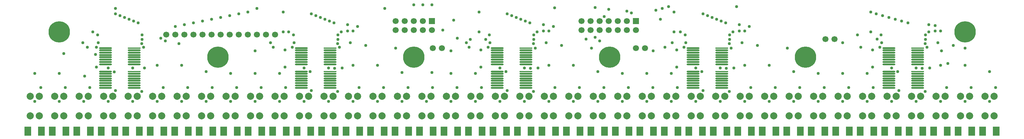
<source format=gbs>
G04 Layer_Color=16711935*
%FSLAX25Y25*%
%MOIN*%
G70*
G01*
G75*
%ADD13C,0.06693*%
%ADD14C,0.23622*%
%ADD15R,0.06693X0.06693*%
%ADD16C,0.07874*%
%ADD17C,0.03347*%
%ADD18O,0.14173X0.01772*%
%ADD19R,0.14173X0.01772*%
%ADD20R,0.07677X0.10236*%
D13*
X890000Y112000D02*
D03*
X900000D02*
D03*
X681000Y102000D02*
D03*
X691000D02*
D03*
X457000D02*
D03*
X467000D02*
D03*
X163000Y117000D02*
D03*
X283000D02*
D03*
X273000D02*
D03*
X263000D02*
D03*
X253000D02*
D03*
X243000D02*
D03*
X233000D02*
D03*
X223000D02*
D03*
X213000D02*
D03*
X203000D02*
D03*
X193000D02*
D03*
X183000D02*
D03*
X173000D02*
D03*
X681000Y122000D02*
D03*
X671000Y132000D02*
D03*
Y122000D02*
D03*
X651000D02*
D03*
Y132000D02*
D03*
X661000D02*
D03*
Y122000D02*
D03*
X641000Y132000D02*
D03*
Y122000D02*
D03*
X631000D02*
D03*
Y132000D02*
D03*
X621000Y122000D02*
D03*
Y132000D02*
D03*
X416000Y122000D02*
D03*
Y132000D02*
D03*
X436000Y122000D02*
D03*
Y132000D02*
D03*
X426000D02*
D03*
Y122000D02*
D03*
X446000D02*
D03*
Y132000D02*
D03*
X456000Y122000D02*
D03*
D14*
X1044000Y120000D02*
D03*
X45000D02*
D03*
X868000Y92000D02*
D03*
X652000D02*
D03*
X436000D02*
D03*
X220000D02*
D03*
D15*
X681000Y132000D02*
D03*
X456000D02*
D03*
D16*
X23000Y48654D02*
D03*
X13000D02*
D03*
X23000Y27000D02*
D03*
X13000D02*
D03*
X50000Y48654D02*
D03*
X40000D02*
D03*
X50000Y27000D02*
D03*
X40000D02*
D03*
X77000Y48654D02*
D03*
X67000D02*
D03*
X77000Y27000D02*
D03*
X67000D02*
D03*
X104000Y48654D02*
D03*
X94000D02*
D03*
X104000Y27000D02*
D03*
X94000D02*
D03*
X131000Y48654D02*
D03*
X121000D02*
D03*
X131000Y27000D02*
D03*
X121000D02*
D03*
X158000Y48654D02*
D03*
X148000D02*
D03*
X158000Y27000D02*
D03*
X148000D02*
D03*
X185000Y48654D02*
D03*
X175000D02*
D03*
X185000Y27000D02*
D03*
X175000D02*
D03*
X212000Y48654D02*
D03*
X202000D02*
D03*
X212000Y27000D02*
D03*
X202000D02*
D03*
X239000Y48654D02*
D03*
X229000D02*
D03*
X239000Y27000D02*
D03*
X229000D02*
D03*
X266000Y48654D02*
D03*
X256000D02*
D03*
X266000Y27000D02*
D03*
X256000D02*
D03*
X293000Y48654D02*
D03*
X283000D02*
D03*
X293000Y27000D02*
D03*
X283000D02*
D03*
X320000Y48654D02*
D03*
X310000D02*
D03*
X320000Y27000D02*
D03*
X310000D02*
D03*
X347000Y48654D02*
D03*
X337000D02*
D03*
X347000Y27000D02*
D03*
X337000D02*
D03*
X374000Y48654D02*
D03*
X364000D02*
D03*
X374000Y27000D02*
D03*
X364000D02*
D03*
X401000Y48654D02*
D03*
X391000D02*
D03*
X401000Y27000D02*
D03*
X391000D02*
D03*
X428000Y48654D02*
D03*
X418000D02*
D03*
X428000Y27000D02*
D03*
X418000D02*
D03*
X455000Y48654D02*
D03*
X445000D02*
D03*
X455000Y27000D02*
D03*
X445000D02*
D03*
X482000Y48654D02*
D03*
X472000D02*
D03*
X482000Y27000D02*
D03*
X472000D02*
D03*
X509000Y48654D02*
D03*
X499000D02*
D03*
X509000Y27000D02*
D03*
X499000D02*
D03*
X536000Y48654D02*
D03*
X526000D02*
D03*
X536000Y27000D02*
D03*
X526000D02*
D03*
X563000Y48654D02*
D03*
X553000D02*
D03*
X563000Y27000D02*
D03*
X553000D02*
D03*
X590000Y48654D02*
D03*
X580000D02*
D03*
X590000Y27000D02*
D03*
X580000D02*
D03*
X617000Y48654D02*
D03*
X607000D02*
D03*
X617000Y27000D02*
D03*
X607000D02*
D03*
X644000Y48654D02*
D03*
X634000D02*
D03*
X644000Y27000D02*
D03*
X634000D02*
D03*
X671000Y48654D02*
D03*
X661000D02*
D03*
X671000Y27000D02*
D03*
X661000D02*
D03*
X698000Y48654D02*
D03*
X688000D02*
D03*
X698000Y27000D02*
D03*
X688000D02*
D03*
X725000Y48654D02*
D03*
X715000D02*
D03*
X725000Y27000D02*
D03*
X715000D02*
D03*
X752000Y48654D02*
D03*
X742000D02*
D03*
X752000Y27000D02*
D03*
X742000D02*
D03*
X779000Y48654D02*
D03*
X769000D02*
D03*
X779000Y27000D02*
D03*
X769000D02*
D03*
X806000Y48654D02*
D03*
X796000D02*
D03*
X806000Y27000D02*
D03*
X796000D02*
D03*
X833000Y48654D02*
D03*
X823000D02*
D03*
X833000Y27000D02*
D03*
X823000D02*
D03*
X860000Y48654D02*
D03*
X850000D02*
D03*
X860000Y27000D02*
D03*
X850000D02*
D03*
X887000Y48654D02*
D03*
X877000D02*
D03*
X887000Y27000D02*
D03*
X877000D02*
D03*
X914000Y48654D02*
D03*
X904000D02*
D03*
X914000Y27000D02*
D03*
X904000D02*
D03*
X941000Y48654D02*
D03*
X931000D02*
D03*
X941000Y27000D02*
D03*
X931000D02*
D03*
X968000Y48654D02*
D03*
X958000D02*
D03*
X968000Y27000D02*
D03*
X958000D02*
D03*
X995000Y48654D02*
D03*
X985000D02*
D03*
X995000Y27000D02*
D03*
X985000D02*
D03*
X1022000Y48654D02*
D03*
X1012000D02*
D03*
X1022000Y27000D02*
D03*
X1012000D02*
D03*
X1049000Y48654D02*
D03*
X1039000D02*
D03*
X1049000Y27000D02*
D03*
X1039000D02*
D03*
X1076000Y48654D02*
D03*
X1066000D02*
D03*
X1076000Y27000D02*
D03*
X1066000D02*
D03*
D17*
X700000Y99000D02*
D03*
X721000Y108000D02*
D03*
X50000Y96000D02*
D03*
X18000Y74000D02*
D03*
X71000Y108000D02*
D03*
X263000Y146000D02*
D03*
X253000Y142000D02*
D03*
X243000Y140000D02*
D03*
X233000Y137965D02*
D03*
X223000Y135965D02*
D03*
X213000Y133965D02*
D03*
X203000Y131965D02*
D03*
X193000Y129965D02*
D03*
X183000Y128000D02*
D03*
X173000Y126000D02*
D03*
X76000Y103000D02*
D03*
X73000Y71000D02*
D03*
X85000Y95000D02*
D03*
X86000Y81000D02*
D03*
X591606Y146394D02*
D03*
X590000Y126000D02*
D03*
X585000Y121000D02*
D03*
X105693Y75693D02*
D03*
X321779Y76000D02*
D03*
X537823Y75957D02*
D03*
X969823D02*
D03*
X753823D02*
D03*
X786000Y102000D02*
D03*
X138000Y103000D02*
D03*
X570000Y102000D02*
D03*
X177000Y107000D02*
D03*
X162000Y110000D02*
D03*
X157000Y113000D02*
D03*
X468000Y122000D02*
D03*
X484000Y113000D02*
D03*
X477000Y99000D02*
D03*
X494000Y108000D02*
D03*
X515500Y111500D02*
D03*
X498500D02*
D03*
X947000Y112000D02*
D03*
X909000Y108000D02*
D03*
X925500Y116500D02*
D03*
X730000Y120000D02*
D03*
X298000D02*
D03*
X338000Y134000D02*
D03*
X343000Y132000D02*
D03*
X508000Y142000D02*
D03*
X1044000Y102000D02*
D03*
X708000Y134000D02*
D03*
X676000Y141000D02*
D03*
X671000Y143000D02*
D03*
X651000Y145000D02*
D03*
X646000Y137000D02*
D03*
X636000Y147000D02*
D03*
X710000Y146000D02*
D03*
X703000Y144000D02*
D03*
X723000Y142000D02*
D03*
X641000Y110000D02*
D03*
X626000Y112000D02*
D03*
X636000Y114000D02*
D03*
X82000Y120000D02*
D03*
X1025000Y85000D02*
D03*
X1011000Y127000D02*
D03*
X1004000Y128000D02*
D03*
X1018000Y99000D02*
D03*
X981000Y130000D02*
D03*
X946000Y140000D02*
D03*
X974000Y132000D02*
D03*
X967000Y134000D02*
D03*
X960000Y136000D02*
D03*
X953000Y138000D02*
D03*
X723000Y120000D02*
D03*
X940000Y142000D02*
D03*
Y120000D02*
D03*
X579000Y128000D02*
D03*
Y121000D02*
D03*
X806000Y126000D02*
D03*
X1017000Y121000D02*
D03*
X1011000D02*
D03*
X801000D02*
D03*
X795000D02*
D03*
Y128000D02*
D03*
X363000D02*
D03*
Y121000D02*
D03*
X374000Y126000D02*
D03*
X369000Y121000D02*
D03*
X292000Y142000D02*
D03*
Y120000D02*
D03*
X508000D02*
D03*
X736000Y108000D02*
D03*
X713000Y103000D02*
D03*
X734000D02*
D03*
X747000Y43000D02*
D03*
X855000D02*
D03*
X828000D02*
D03*
X801000D02*
D03*
X774000D02*
D03*
X720000D02*
D03*
X666000D02*
D03*
X774000Y80000D02*
D03*
X693000Y74000D02*
D03*
X720000D02*
D03*
X747000Y80000D02*
D03*
X735500Y116500D02*
D03*
X693000Y43000D02*
D03*
X828000Y83000D02*
D03*
X801000D02*
D03*
X784000Y107000D02*
D03*
X726000Y100000D02*
D03*
Y81000D02*
D03*
X666000Y74000D02*
D03*
X848000Y102000D02*
D03*
X815000Y105000D02*
D03*
X798000Y108000D02*
D03*
X855000Y76000D02*
D03*
X1071000D02*
D03*
X1014000Y108000D02*
D03*
X1031000Y105000D02*
D03*
X882000Y74000D02*
D03*
X942000Y81000D02*
D03*
Y100000D02*
D03*
X1000000Y107000D02*
D03*
X1017000Y83000D02*
D03*
X1044000D02*
D03*
X909000Y43000D02*
D03*
X1000500Y116500D02*
D03*
X951500D02*
D03*
X1000500Y111500D02*
D03*
X963000Y80000D02*
D03*
X936000Y74000D02*
D03*
X909000D02*
D03*
X990000Y80000D02*
D03*
X882000Y43000D02*
D03*
X936000D02*
D03*
X990000D02*
D03*
X1017000D02*
D03*
X1044000D02*
D03*
X1071000D02*
D03*
X963000D02*
D03*
X950000Y103000D02*
D03*
X929000D02*
D03*
X952000Y108000D02*
D03*
X639000Y76000D02*
D03*
X582000Y108000D02*
D03*
X599000Y105000D02*
D03*
X632000Y102000D02*
D03*
X510000Y81000D02*
D03*
Y100000D02*
D03*
X568000Y107000D02*
D03*
X585000Y83000D02*
D03*
X612000D02*
D03*
X477000Y43000D02*
D03*
X568500Y116500D02*
D03*
X519500D02*
D03*
X568500Y111500D02*
D03*
X531000Y80000D02*
D03*
X504000Y74000D02*
D03*
X477000D02*
D03*
X558000Y80000D02*
D03*
X450000Y43000D02*
D03*
X504000D02*
D03*
X558000D02*
D03*
X585000D02*
D03*
X612000D02*
D03*
X639000D02*
D03*
X531000D02*
D03*
X518000Y103000D02*
D03*
X497000D02*
D03*
X520000Y108000D02*
D03*
X366000D02*
D03*
X383000Y105000D02*
D03*
X416000Y102000D02*
D03*
X234000Y74000D02*
D03*
X294000Y81000D02*
D03*
Y100000D02*
D03*
X354000Y103000D02*
D03*
X352000Y107000D02*
D03*
X369000Y83000D02*
D03*
X396000D02*
D03*
X278000Y108000D02*
D03*
X261000Y99000D02*
D03*
Y43000D02*
D03*
X352500Y116500D02*
D03*
X303500D02*
D03*
X352500Y111500D02*
D03*
X315000Y80000D02*
D03*
X288000Y74000D02*
D03*
X261000D02*
D03*
X342000Y80000D02*
D03*
X234000Y43000D02*
D03*
X288000D02*
D03*
X342000D02*
D03*
X369000D02*
D03*
X396000D02*
D03*
X423000D02*
D03*
X315000D02*
D03*
X302000Y103000D02*
D03*
X281000D02*
D03*
X304000Y108000D02*
D03*
X207000Y76000D02*
D03*
X136000Y107000D02*
D03*
X153000Y83000D02*
D03*
X180000D02*
D03*
X45000Y43000D02*
D03*
X136500Y116500D02*
D03*
X87500D02*
D03*
X136500Y111500D02*
D03*
X99000Y80000D02*
D03*
X45000Y74000D02*
D03*
X126000Y80000D02*
D03*
X18000Y43000D02*
D03*
X72000D02*
D03*
X126000D02*
D03*
X153000D02*
D03*
X180000D02*
D03*
X207000D02*
D03*
X99000D02*
D03*
X86000Y103000D02*
D03*
X88000Y108000D02*
D03*
X784500Y116500D02*
D03*
Y111500D02*
D03*
X107000Y140000D02*
D03*
X112000Y138000D02*
D03*
X117000Y136000D02*
D03*
X122000Y134000D02*
D03*
X127000Y132000D02*
D03*
X132000Y130000D02*
D03*
X348000D02*
D03*
X333000Y136000D02*
D03*
X328000Y138000D02*
D03*
X323000Y140000D02*
D03*
X564000Y130000D02*
D03*
X780000D02*
D03*
X775000Y132000D02*
D03*
X770000Y134000D02*
D03*
X765000Y136000D02*
D03*
X760000Y138000D02*
D03*
X755000Y140000D02*
D03*
X107000Y146000D02*
D03*
X404000D02*
D03*
X456693Y58307D02*
D03*
X429693D02*
D03*
X402693D02*
D03*
X375693D02*
D03*
X294693D02*
D03*
X267693D02*
D03*
X240693D02*
D03*
X213693D02*
D03*
X186693D02*
D03*
X159693D02*
D03*
X78693D02*
D03*
X51693D02*
D03*
X24693D02*
D03*
X483693D02*
D03*
X510693D02*
D03*
X591693D02*
D03*
X618693D02*
D03*
X645693D02*
D03*
X672693D02*
D03*
X699693D02*
D03*
X726693D02*
D03*
X807693D02*
D03*
X834693D02*
D03*
X861693D02*
D03*
X888693D02*
D03*
X915693D02*
D03*
X942693D02*
D03*
X1023693D02*
D03*
X1050693D02*
D03*
X1077693D02*
D03*
X480000Y133000D02*
D03*
X1004000Y120000D02*
D03*
X788000D02*
D03*
X356000D02*
D03*
X456250Y75000D02*
D03*
X423000D02*
D03*
X323000Y55000D02*
D03*
X107000D02*
D03*
X539000D02*
D03*
X755000D02*
D03*
X971000D02*
D03*
X564693Y79693D02*
D03*
X780693D02*
D03*
X996693D02*
D03*
X348693D02*
D03*
X792000Y148000D02*
D03*
X717000D02*
D03*
X554000Y134000D02*
D03*
X539000Y140000D02*
D03*
X559000Y132000D02*
D03*
X572000Y120000D02*
D03*
X549000Y136000D02*
D03*
X544000Y138000D02*
D03*
X784000Y54000D02*
D03*
X1000000D02*
D03*
X568000D02*
D03*
X352000D02*
D03*
X136000D02*
D03*
X1002051Y103000D02*
D03*
X789000Y80000D02*
D03*
X1005000D02*
D03*
X573000D02*
D03*
X357000D02*
D03*
X139000D02*
D03*
X436000Y150000D02*
D03*
X446000D02*
D03*
X456000D02*
D03*
D18*
X960055Y58043D02*
D03*
Y60602D02*
D03*
Y63161D02*
D03*
Y65720D02*
D03*
Y68279D02*
D03*
Y70839D02*
D03*
Y73398D02*
D03*
Y75957D02*
D03*
X991945Y58043D02*
D03*
Y60602D02*
D03*
Y63161D02*
D03*
Y65720D02*
D03*
Y68279D02*
D03*
Y70839D02*
D03*
Y73398D02*
D03*
X744055Y58043D02*
D03*
Y60602D02*
D03*
Y63161D02*
D03*
Y65720D02*
D03*
Y68279D02*
D03*
Y70839D02*
D03*
Y73398D02*
D03*
Y75957D02*
D03*
X775945Y58043D02*
D03*
Y60602D02*
D03*
Y63161D02*
D03*
Y65720D02*
D03*
Y68279D02*
D03*
Y70839D02*
D03*
Y73398D02*
D03*
X528055Y58043D02*
D03*
Y60602D02*
D03*
Y63161D02*
D03*
Y65720D02*
D03*
Y68279D02*
D03*
Y70839D02*
D03*
Y73398D02*
D03*
Y75957D02*
D03*
X559945Y58043D02*
D03*
Y60602D02*
D03*
Y63161D02*
D03*
Y65720D02*
D03*
Y68279D02*
D03*
Y70839D02*
D03*
Y73398D02*
D03*
X312055Y58043D02*
D03*
Y60602D02*
D03*
Y63161D02*
D03*
Y65720D02*
D03*
Y68279D02*
D03*
Y70839D02*
D03*
Y73398D02*
D03*
Y75957D02*
D03*
X343945Y58043D02*
D03*
Y60602D02*
D03*
Y63161D02*
D03*
Y65720D02*
D03*
Y68279D02*
D03*
Y70839D02*
D03*
Y73398D02*
D03*
X96055Y84043D02*
D03*
Y86602D02*
D03*
Y89161D02*
D03*
Y91720D02*
D03*
Y94279D02*
D03*
Y96839D02*
D03*
Y99398D02*
D03*
Y101957D02*
D03*
X127945Y84043D02*
D03*
Y86602D02*
D03*
Y89161D02*
D03*
Y91720D02*
D03*
Y94279D02*
D03*
Y96839D02*
D03*
Y99398D02*
D03*
X96055Y58043D02*
D03*
Y60602D02*
D03*
Y63161D02*
D03*
Y65720D02*
D03*
Y68279D02*
D03*
Y70839D02*
D03*
Y73398D02*
D03*
Y75957D02*
D03*
X127945Y58043D02*
D03*
Y60602D02*
D03*
Y63161D02*
D03*
Y65720D02*
D03*
Y68279D02*
D03*
Y70839D02*
D03*
Y73398D02*
D03*
X744055Y84043D02*
D03*
Y86602D02*
D03*
Y89161D02*
D03*
Y91720D02*
D03*
Y94279D02*
D03*
Y96839D02*
D03*
Y99398D02*
D03*
Y101957D02*
D03*
X775945Y84043D02*
D03*
Y86602D02*
D03*
Y89161D02*
D03*
Y91720D02*
D03*
Y94279D02*
D03*
Y96839D02*
D03*
Y99398D02*
D03*
X528055Y84043D02*
D03*
Y86602D02*
D03*
Y89161D02*
D03*
Y91720D02*
D03*
Y94279D02*
D03*
Y96839D02*
D03*
Y99398D02*
D03*
Y101957D02*
D03*
X559945Y84043D02*
D03*
Y86602D02*
D03*
Y89161D02*
D03*
Y91720D02*
D03*
Y94279D02*
D03*
Y96839D02*
D03*
Y99398D02*
D03*
X312055Y84043D02*
D03*
Y86602D02*
D03*
Y89161D02*
D03*
Y91720D02*
D03*
Y94279D02*
D03*
Y96839D02*
D03*
Y99398D02*
D03*
Y101957D02*
D03*
X343945Y84043D02*
D03*
Y86602D02*
D03*
Y89161D02*
D03*
Y91720D02*
D03*
Y94279D02*
D03*
Y96839D02*
D03*
Y99398D02*
D03*
X960055Y84043D02*
D03*
Y86602D02*
D03*
Y89161D02*
D03*
Y91720D02*
D03*
Y94279D02*
D03*
Y96839D02*
D03*
Y99398D02*
D03*
Y101957D02*
D03*
X991945Y84043D02*
D03*
Y86602D02*
D03*
Y89161D02*
D03*
Y91720D02*
D03*
Y94279D02*
D03*
Y96839D02*
D03*
Y99398D02*
D03*
D19*
Y75957D02*
D03*
X775945D02*
D03*
X559945D02*
D03*
X343945D02*
D03*
X127945Y101957D02*
D03*
Y75957D02*
D03*
X775945Y101957D02*
D03*
X559945D02*
D03*
X343945D02*
D03*
X991945D02*
D03*
D20*
X970480Y10000D02*
D03*
X955520D02*
D03*
X349480D02*
D03*
X334520D02*
D03*
X322480D02*
D03*
X307520D02*
D03*
X295480D02*
D03*
X280520D02*
D03*
X268480D02*
D03*
X253520D02*
D03*
X241480D02*
D03*
X226520D02*
D03*
X214480D02*
D03*
X199520D02*
D03*
X187480D02*
D03*
X172520D02*
D03*
X160480D02*
D03*
X145520D02*
D03*
X133480D02*
D03*
X118520D02*
D03*
X106480D02*
D03*
X91520D02*
D03*
X79480D02*
D03*
X64520D02*
D03*
X52480D02*
D03*
X37520D02*
D03*
X25480D02*
D03*
X10520D02*
D03*
X1051480D02*
D03*
X1036520D02*
D03*
X1024480D02*
D03*
X1009520D02*
D03*
X997480D02*
D03*
X982520D02*
D03*
X1078480D02*
D03*
X1063520D02*
D03*
X943480D02*
D03*
X928520D02*
D03*
X916480D02*
D03*
X901520D02*
D03*
X889480D02*
D03*
X874520D02*
D03*
X862480D02*
D03*
X847520D02*
D03*
X835480D02*
D03*
X820520D02*
D03*
X808480D02*
D03*
X793520D02*
D03*
X781480D02*
D03*
X766520D02*
D03*
X754480D02*
D03*
X739520D02*
D03*
X727480D02*
D03*
X712520D02*
D03*
X700480D02*
D03*
X685520D02*
D03*
X673480D02*
D03*
X658520D02*
D03*
X646480D02*
D03*
X631520D02*
D03*
X619480D02*
D03*
X604520D02*
D03*
X592480D02*
D03*
X577520D02*
D03*
X565480D02*
D03*
X550520D02*
D03*
X538480D02*
D03*
X523520D02*
D03*
X511480D02*
D03*
X496520D02*
D03*
X484480D02*
D03*
X469520D02*
D03*
X457480D02*
D03*
X442520D02*
D03*
X430480D02*
D03*
X415520D02*
D03*
X403480D02*
D03*
X388520D02*
D03*
X376480D02*
D03*
X361520D02*
D03*
M02*

</source>
